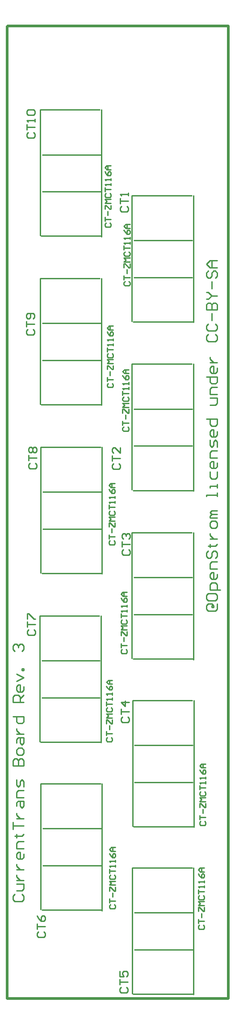
<source format=gto>
%FSLAX23Y23*%
%MOIN*%
G70*
G01*
G75*
G04 Layer_Color=65535*
%ADD10C,0.028*%
%ADD11R,0.071X0.071*%
%ADD12C,0.071*%
%ADD13C,0.157*%
%ADD14C,0.067*%
%ADD15C,0.050*%
%ADD16C,0.039*%
%ADD17C,0.020*%
%ADD18C,0.010*%
%ADD19C,0.008*%
D17*
X6880Y455D02*
Y7693D01*
X8531Y455D02*
Y7698D01*
X6880Y455D02*
X8531D01*
X6885Y7698D02*
X8531D01*
D18*
X7585Y6128D02*
Y7073D01*
X7128Y6136D02*
Y7073D01*
X7573D01*
X7136Y6132D02*
X7581D01*
X7144Y6463D02*
X7577D01*
X7144Y6738D02*
X7577D01*
X7589Y1108D02*
Y2053D01*
X7132Y1116D02*
Y2053D01*
X7577D01*
X7140Y1112D02*
X7585D01*
X7148Y1443D02*
X7581D01*
X7148Y1719D02*
X7581D01*
X8270Y5490D02*
Y6435D01*
X7813Y5498D02*
Y6435D01*
X8258D01*
X7821Y5494D02*
X8266D01*
X7829Y5825D02*
X8262D01*
X7829Y6100D02*
X8262D01*
X8270Y4234D02*
Y5179D01*
X7813Y4242D02*
Y5179D01*
X8258D01*
X7821Y4238D02*
X8266D01*
X7829Y4569D02*
X8262D01*
X7829Y4844D02*
X8262D01*
X7589Y3616D02*
Y4561D01*
X7132Y3624D02*
Y4561D01*
X7577D01*
X7140Y3620D02*
X7585D01*
X7148Y3951D02*
X7581D01*
X7148Y4226D02*
X7581D01*
X8270Y2978D02*
Y3923D01*
X7813Y2986D02*
Y3923D01*
X8258D01*
X7821Y2982D02*
X8266D01*
X7829Y3313D02*
X8262D01*
X7829Y3589D02*
X8262D01*
X8272Y484D02*
Y1428D01*
X7815Y491D02*
Y1428D01*
X8260D01*
X7823Y487D02*
X8268D01*
X7831Y818D02*
X8264D01*
X7831Y1094D02*
X8264D01*
X7581Y2360D02*
Y3305D01*
X7124Y2368D02*
Y3305D01*
X7569D01*
X7132Y2364D02*
X7577D01*
X7140Y2695D02*
X7573D01*
X7140Y2970D02*
X7573D01*
X7585Y4872D02*
Y5817D01*
X7128Y4880D02*
Y5817D01*
X7573D01*
X7136Y4876D02*
X7581D01*
X7144Y5207D02*
X7577D01*
X7144Y5482D02*
X7577D01*
X8274Y1730D02*
Y2675D01*
X7817Y1738D02*
Y2675D01*
X8262D01*
X7825Y1734D02*
X8270D01*
X7833Y2065D02*
X8266D01*
X7833Y2341D02*
X8266D01*
X7038Y6904D02*
X7028Y6894D01*
Y6874D01*
X7038Y6864D01*
X7078D01*
X7088Y6874D01*
Y6894D01*
X7078Y6904D01*
X7028Y6924D02*
Y6964D01*
Y6944D01*
X7088D01*
Y6984D02*
Y7004D01*
Y6994D01*
X7028D01*
X7038Y6984D01*
Y7034D02*
X7028Y7044D01*
Y7064D01*
X7038Y7074D01*
X7078D01*
X7088Y7064D01*
Y7044D01*
X7078Y7034D01*
X7038D01*
X7036Y5437D02*
X7026Y5427D01*
Y5407D01*
X7036Y5397D01*
X7076D01*
X7086Y5407D01*
Y5427D01*
X7076Y5437D01*
X7026Y5457D02*
Y5497D01*
Y5477D01*
X7086D01*
X7076Y5517D02*
X7086Y5527D01*
Y5547D01*
X7076Y5557D01*
X7036D01*
X7026Y5547D01*
Y5527D01*
X7036Y5517D01*
X7046D01*
X7056Y5527D01*
Y5557D01*
X7051Y4440D02*
X7041Y4430D01*
Y4410D01*
X7051Y4400D01*
X7091D01*
X7101Y4410D01*
Y4430D01*
X7091Y4440D01*
X7041Y4460D02*
Y4500D01*
Y4480D01*
X7101D01*
X7051Y4520D02*
X7041Y4530D01*
Y4550D01*
X7051Y4560D01*
X7061D01*
X7071Y4550D01*
X7081Y4560D01*
X7091D01*
X7101Y4550D01*
Y4530D01*
X7091Y4520D01*
X7081D01*
X7071Y4530D01*
X7061Y4520D01*
X7051D01*
X7071Y4530D02*
Y4550D01*
X7043Y3200D02*
X7033Y3190D01*
Y3170D01*
X7043Y3160D01*
X7083D01*
X7093Y3170D01*
Y3190D01*
X7083Y3200D01*
X7033Y3220D02*
Y3260D01*
Y3240D01*
X7093D01*
X7033Y3280D02*
Y3320D01*
X7043D01*
X7083Y3280D01*
X7093D01*
X7115Y949D02*
X7105Y939D01*
Y919D01*
X7115Y909D01*
X7155D01*
X7165Y919D01*
Y939D01*
X7155Y949D01*
X7105Y969D02*
Y1009D01*
Y989D01*
X7165D01*
X7105Y1069D02*
X7115Y1049D01*
X7135Y1029D01*
X7155D01*
X7165Y1039D01*
Y1059D01*
X7155Y1069D01*
X7145D01*
X7135Y1059D01*
Y1029D01*
X7730Y537D02*
X7720Y527D01*
Y507D01*
X7730Y497D01*
X7770D01*
X7780Y507D01*
Y527D01*
X7770Y537D01*
X7720Y557D02*
Y597D01*
Y577D01*
X7780D01*
X7720Y657D02*
Y617D01*
X7750D01*
X7740Y637D01*
Y647D01*
X7750Y657D01*
X7770D01*
X7780Y647D01*
Y627D01*
X7770Y617D01*
X7740Y2551D02*
X7730Y2541D01*
Y2521D01*
X7740Y2511D01*
X7780D01*
X7790Y2521D01*
Y2541D01*
X7780Y2551D01*
X7730Y2571D02*
Y2611D01*
Y2591D01*
X7790D01*
Y2661D02*
X7730D01*
X7760Y2631D01*
Y2671D01*
X7747Y3798D02*
X7737Y3788D01*
Y3768D01*
X7747Y3758D01*
X7787D01*
X7797Y3768D01*
Y3788D01*
X7787Y3798D01*
X7737Y3818D02*
Y3858D01*
Y3838D01*
X7797D01*
X7747Y3878D02*
X7737Y3888D01*
Y3908D01*
X7747Y3918D01*
X7757D01*
X7767Y3908D01*
Y3898D01*
Y3908D01*
X7777Y3918D01*
X7787D01*
X7797Y3908D01*
Y3888D01*
X7787Y3878D01*
X7674Y4438D02*
X7664Y4428D01*
Y4408D01*
X7674Y4398D01*
X7714D01*
X7724Y4408D01*
Y4428D01*
X7714Y4438D01*
X7664Y4458D02*
Y4498D01*
Y4478D01*
X7724D01*
Y4558D02*
Y4518D01*
X7684Y4558D01*
X7674D01*
X7664Y4548D01*
Y4528D01*
X7674Y4518D01*
X7736Y6352D02*
X7726Y6342D01*
Y6322D01*
X7736Y6312D01*
X7776D01*
X7786Y6322D01*
Y6342D01*
X7776Y6352D01*
X7726Y6372D02*
Y6412D01*
Y6392D01*
X7786D01*
Y6432D02*
Y6452D01*
Y6442D01*
X7726D01*
X7736Y6432D01*
X8421Y3379D02*
X8407D01*
Y3366D01*
X8421D01*
Y3379D01*
X8407Y3392D01*
X8381D01*
X8368Y3379D01*
Y3353D01*
X8381Y3340D01*
X8434D01*
X8447Y3353D01*
Y3392D01*
X8368Y3458D02*
Y3431D01*
X8381Y3418D01*
X8434D01*
X8447Y3431D01*
Y3458D01*
X8434Y3471D01*
X8381D01*
X8368Y3458D01*
X8473Y3497D02*
X8394D01*
Y3536D01*
X8407Y3549D01*
X8434D01*
X8447Y3536D01*
Y3497D01*
Y3615D02*
Y3589D01*
X8434Y3576D01*
X8407D01*
X8394Y3589D01*
Y3615D01*
X8407Y3628D01*
X8421D01*
Y3576D01*
X8447Y3654D02*
X8394D01*
Y3694D01*
X8407Y3707D01*
X8447D01*
X8381Y3786D02*
X8368Y3772D01*
Y3746D01*
X8381Y3733D01*
X8394D01*
X8407Y3746D01*
Y3772D01*
X8421Y3786D01*
X8434D01*
X8447Y3772D01*
Y3746D01*
X8434Y3733D01*
X8381Y3825D02*
X8394D01*
Y3812D01*
Y3838D01*
Y3825D01*
X8434D01*
X8447Y3838D01*
X8394Y3877D02*
X8447D01*
X8421D01*
X8407Y3891D01*
X8394Y3904D01*
Y3917D01*
X8447Y3969D02*
Y3996D01*
X8434Y4009D01*
X8407D01*
X8394Y3996D01*
Y3969D01*
X8407Y3956D01*
X8434D01*
X8447Y3969D01*
Y4035D02*
X8394D01*
Y4048D01*
X8407Y4061D01*
X8447D01*
X8407D01*
X8394Y4074D01*
X8407Y4087D01*
X8447D01*
Y4192D02*
Y4219D01*
Y4205D01*
X8368D01*
Y4192D01*
X8447Y4258D02*
Y4284D01*
Y4271D01*
X8394D01*
Y4258D01*
Y4376D02*
Y4337D01*
X8407Y4324D01*
X8434D01*
X8447Y4337D01*
Y4376D01*
Y4442D02*
Y4415D01*
X8434Y4402D01*
X8407D01*
X8394Y4415D01*
Y4442D01*
X8407Y4455D01*
X8421D01*
Y4402D01*
X8447Y4481D02*
X8394D01*
Y4520D01*
X8407Y4533D01*
X8447D01*
Y4560D02*
Y4599D01*
X8434Y4612D01*
X8421Y4599D01*
Y4573D01*
X8407Y4560D01*
X8394Y4573D01*
Y4612D01*
X8447Y4678D02*
Y4651D01*
X8434Y4638D01*
X8407D01*
X8394Y4651D01*
Y4678D01*
X8407Y4691D01*
X8421D01*
Y4638D01*
X8368Y4770D02*
X8447D01*
Y4730D01*
X8434Y4717D01*
X8407D01*
X8394Y4730D01*
Y4770D01*
Y4875D02*
X8434D01*
X8447Y4888D01*
Y4927D01*
X8394D01*
X8447Y4953D02*
X8394D01*
Y4993D01*
X8407Y5006D01*
X8447D01*
X8368Y5084D02*
X8447D01*
Y5045D01*
X8434Y5032D01*
X8407D01*
X8394Y5045D01*
Y5084D01*
X8447Y5150D02*
Y5124D01*
X8434Y5111D01*
X8407D01*
X8394Y5124D01*
Y5150D01*
X8407Y5163D01*
X8421D01*
Y5111D01*
X8394Y5189D02*
X8447D01*
X8421D01*
X8407Y5202D01*
X8394Y5216D01*
Y5229D01*
X8381Y5399D02*
X8368Y5386D01*
Y5360D01*
X8381Y5347D01*
X8434D01*
X8447Y5360D01*
Y5386D01*
X8434Y5399D01*
X8381Y5478D02*
X8368Y5465D01*
Y5439D01*
X8381Y5426D01*
X8434D01*
X8447Y5439D01*
Y5465D01*
X8434Y5478D01*
X8407Y5504D02*
Y5557D01*
X8368Y5583D02*
X8447D01*
Y5622D01*
X8434Y5635D01*
X8421D01*
X8407Y5622D01*
Y5583D01*
Y5622D01*
X8394Y5635D01*
X8381D01*
X8368Y5622D01*
Y5583D01*
Y5662D02*
X8381D01*
X8407Y5688D01*
X8381Y5714D01*
X8368D01*
X8407Y5688D02*
X8447D01*
X8407Y5740D02*
Y5793D01*
X8381Y5872D02*
X8368Y5858D01*
Y5832D01*
X8381Y5819D01*
X8394D01*
X8407Y5832D01*
Y5858D01*
X8421Y5872D01*
X8434D01*
X8447Y5858D01*
Y5832D01*
X8434Y5819D01*
X8447Y5898D02*
X8394D01*
X8368Y5924D01*
X8394Y5950D01*
X8447D01*
X8407D01*
Y5898D01*
X7618Y6229D02*
X7611Y6221D01*
Y6207D01*
X7618Y6199D01*
X7648D01*
X7655Y6207D01*
Y6221D01*
X7648Y6229D01*
X7611Y6243D02*
Y6273D01*
Y6258D01*
X7655D01*
X7633Y6288D02*
Y6317D01*
X7611Y6332D02*
Y6361D01*
X7618D01*
X7648Y6332D01*
X7655D01*
Y6361D01*
Y6376D02*
X7611D01*
X7626Y6391D01*
X7611Y6406D01*
X7655D01*
X7618Y6450D02*
X7611Y6442D01*
Y6428D01*
X7618Y6420D01*
X7648D01*
X7655Y6428D01*
Y6442D01*
X7648Y6450D01*
X7611Y6465D02*
Y6494D01*
Y6479D01*
X7655D01*
Y6509D02*
Y6524D01*
Y6516D01*
X7611D01*
X7618Y6509D01*
X7655Y6546D02*
Y6560D01*
Y6553D01*
X7611D01*
X7618Y6546D01*
X7611Y6612D02*
X7618Y6597D01*
X7633Y6583D01*
X7648D01*
X7655Y6590D01*
Y6605D01*
X7648Y6612D01*
X7640D01*
X7633Y6605D01*
Y6583D01*
X7655Y6627D02*
X7626D01*
X7611Y6642D01*
X7626Y6656D01*
X7655D01*
X7633D01*
Y6627D01*
X7652Y1152D02*
X7645Y1144D01*
Y1129D01*
X7652Y1122D01*
X7682D01*
X7689Y1129D01*
Y1144D01*
X7682Y1152D01*
X7645Y1166D02*
Y1196D01*
Y1181D01*
X7689D01*
X7667Y1211D02*
Y1240D01*
X7645Y1255D02*
Y1284D01*
X7652D01*
X7682Y1255D01*
X7689D01*
Y1284D01*
Y1299D02*
X7645D01*
X7659Y1314D01*
X7645Y1328D01*
X7689D01*
X7652Y1373D02*
X7645Y1365D01*
Y1351D01*
X7652Y1343D01*
X7682D01*
X7689Y1351D01*
Y1365D01*
X7682Y1373D01*
X7645Y1387D02*
Y1417D01*
Y1402D01*
X7689D01*
Y1432D02*
Y1446D01*
Y1439D01*
X7645D01*
X7652Y1432D01*
X7689Y1469D02*
Y1483D01*
Y1476D01*
X7645D01*
X7652Y1469D01*
X7645Y1535D02*
X7652Y1520D01*
X7667Y1505D01*
X7682D01*
X7689Y1513D01*
Y1528D01*
X7682Y1535D01*
X7674D01*
X7667Y1528D01*
Y1505D01*
X7689Y1550D02*
X7659D01*
X7645Y1564D01*
X7659Y1579D01*
X7689D01*
X7667D01*
Y1550D01*
X7760Y5793D02*
X7753Y5786D01*
Y5771D01*
X7760Y5764D01*
X7789D01*
X7797Y5771D01*
Y5786D01*
X7789Y5793D01*
X7753Y5808D02*
Y5837D01*
Y5823D01*
X7797D01*
X7775Y5852D02*
Y5882D01*
X7753Y5896D02*
Y5926D01*
X7760D01*
X7789Y5896D01*
X7797D01*
Y5926D01*
Y5941D02*
X7753D01*
X7767Y5955D01*
X7753Y5970D01*
X7797D01*
X7760Y6014D02*
X7753Y6007D01*
Y5992D01*
X7760Y5985D01*
X7789D01*
X7797Y5992D01*
Y6007D01*
X7789Y6014D01*
X7753Y6029D02*
Y6059D01*
Y6044D01*
X7797D01*
Y6073D02*
Y6088D01*
Y6081D01*
X7753D01*
X7760Y6073D01*
X7797Y6110D02*
Y6125D01*
Y6118D01*
X7753D01*
X7760Y6110D01*
X7753Y6177D02*
X7760Y6162D01*
X7775Y6147D01*
X7789D01*
X7797Y6154D01*
Y6169D01*
X7789Y6177D01*
X7782D01*
X7775Y6169D01*
Y6147D01*
X7797Y6191D02*
X7767D01*
X7753Y6206D01*
X7767Y6221D01*
X7797D01*
X7775D01*
Y6191D01*
X7751Y4711D02*
X7743Y4703D01*
Y4688D01*
X7751Y4681D01*
X7780D01*
X7787Y4688D01*
Y4703D01*
X7780Y4711D01*
X7743Y4725D02*
Y4755D01*
Y4740D01*
X7787D01*
X7765Y4770D02*
Y4799D01*
X7743Y4814D02*
Y4843D01*
X7751D01*
X7780Y4814D01*
X7787D01*
Y4843D01*
Y4858D02*
X7743D01*
X7758Y4873D01*
X7743Y4888D01*
X7787D01*
X7751Y4932D02*
X7743Y4924D01*
Y4910D01*
X7751Y4902D01*
X7780D01*
X7787Y4910D01*
Y4924D01*
X7780Y4932D01*
X7743Y4947D02*
Y4976D01*
Y4961D01*
X7787D01*
Y4991D02*
Y5006D01*
Y4998D01*
X7743D01*
X7751Y4991D01*
X7787Y5028D02*
Y5042D01*
Y5035D01*
X7743D01*
X7751Y5028D01*
X7743Y5094D02*
X7751Y5079D01*
X7765Y5064D01*
X7780D01*
X7787Y5072D01*
Y5087D01*
X7780Y5094D01*
X7773D01*
X7765Y5087D01*
Y5064D01*
X7787Y5109D02*
X7758D01*
X7743Y5123D01*
X7758Y5138D01*
X7787D01*
X7765D01*
Y5109D01*
X7648Y3863D02*
X7641Y3856D01*
Y3841D01*
X7648Y3834D01*
X7678D01*
X7685Y3841D01*
Y3856D01*
X7678Y3863D01*
X7641Y3878D02*
Y3907D01*
Y3893D01*
X7685D01*
X7663Y3922D02*
Y3952D01*
X7641Y3966D02*
Y3996D01*
X7648D01*
X7678Y3966D01*
X7685D01*
Y3996D01*
Y4011D02*
X7641D01*
X7656Y4025D01*
X7641Y4040D01*
X7685D01*
X7648Y4084D02*
X7641Y4077D01*
Y4062D01*
X7648Y4055D01*
X7678D01*
X7685Y4062D01*
Y4077D01*
X7678Y4084D01*
X7641Y4099D02*
Y4129D01*
Y4114D01*
X7685D01*
Y4143D02*
Y4158D01*
Y4151D01*
X7641D01*
X7648Y4143D01*
X7685Y4180D02*
Y4195D01*
Y4188D01*
X7641D01*
X7648Y4180D01*
X7641Y4247D02*
X7648Y4232D01*
X7663Y4217D01*
X7678D01*
X7685Y4224D01*
Y4239D01*
X7678Y4247D01*
X7670D01*
X7663Y4239D01*
Y4217D01*
X7685Y4261D02*
X7656D01*
X7641Y4276D01*
X7656Y4291D01*
X7685D01*
X7663D01*
Y4261D01*
X7739Y3053D02*
X7731Y3046D01*
Y3031D01*
X7739Y3024D01*
X7768D01*
X7776Y3031D01*
Y3046D01*
X7768Y3053D01*
X7731Y3068D02*
Y3097D01*
Y3083D01*
X7776D01*
X7753Y3112D02*
Y3142D01*
X7731Y3156D02*
Y3186D01*
X7739D01*
X7768Y3156D01*
X7776D01*
Y3186D01*
Y3201D02*
X7731D01*
X7746Y3215D01*
X7731Y3230D01*
X7776D01*
X7739Y3274D02*
X7731Y3267D01*
Y3252D01*
X7739Y3245D01*
X7768D01*
X7776Y3252D01*
Y3267D01*
X7768Y3274D01*
X7731Y3289D02*
Y3319D01*
Y3304D01*
X7776D01*
Y3333D02*
Y3348D01*
Y3341D01*
X7731D01*
X7739Y3333D01*
X7776Y3370D02*
Y3385D01*
Y3378D01*
X7731D01*
X7739Y3370D01*
X7731Y3437D02*
X7739Y3422D01*
X7753Y3407D01*
X7768D01*
X7776Y3414D01*
Y3429D01*
X7768Y3437D01*
X7761D01*
X7753Y3429D01*
Y3407D01*
X7776Y3451D02*
X7746D01*
X7731Y3466D01*
X7746Y3481D01*
X7776D01*
X7753D01*
Y3451D01*
X8315Y999D02*
X8308Y992D01*
Y977D01*
X8315Y970D01*
X8344D01*
X8352Y977D01*
Y992D01*
X8344Y999D01*
X8308Y1014D02*
Y1044D01*
Y1029D01*
X8352D01*
X8330Y1058D02*
Y1088D01*
X8308Y1102D02*
Y1132D01*
X8315D01*
X8344Y1102D01*
X8352D01*
Y1132D01*
Y1147D02*
X8308D01*
X8322Y1161D01*
X8308Y1176D01*
X8352D01*
X8315Y1220D02*
X8308Y1213D01*
Y1198D01*
X8315Y1191D01*
X8344D01*
X8352Y1198D01*
Y1213D01*
X8344Y1220D01*
X8308Y1235D02*
Y1265D01*
Y1250D01*
X8352D01*
Y1279D02*
Y1294D01*
Y1287D01*
X8308D01*
X8315Y1279D01*
X8352Y1316D02*
Y1331D01*
Y1324D01*
X8308D01*
X8315Y1316D01*
X8308Y1383D02*
X8315Y1368D01*
X8330Y1353D01*
X8344D01*
X8352Y1361D01*
Y1375D01*
X8344Y1383D01*
X8337D01*
X8330Y1375D01*
Y1353D01*
X8352Y1397D02*
X8322D01*
X8308Y1412D01*
X8322Y1427D01*
X8352D01*
X8330D01*
Y1397D01*
X7629Y2398D02*
X7622Y2390D01*
Y2376D01*
X7629Y2368D01*
X7659D01*
X7666Y2376D01*
Y2390D01*
X7659Y2398D01*
X7622Y2412D02*
Y2442D01*
Y2427D01*
X7666D01*
X7644Y2457D02*
Y2486D01*
X7622Y2501D02*
Y2530D01*
X7629D01*
X7659Y2501D01*
X7666D01*
Y2530D01*
Y2545D02*
X7622D01*
X7637Y2560D01*
X7622Y2575D01*
X7666D01*
X7629Y2619D02*
X7622Y2611D01*
Y2597D01*
X7629Y2589D01*
X7659D01*
X7666Y2597D01*
Y2611D01*
X7659Y2619D01*
X7622Y2634D02*
Y2663D01*
Y2648D01*
X7666D01*
Y2678D02*
Y2693D01*
Y2685D01*
X7622D01*
X7629Y2678D01*
X7666Y2715D02*
Y2729D01*
Y2722D01*
X7622D01*
X7629Y2715D01*
X7622Y2781D02*
X7629Y2766D01*
X7644Y2752D01*
X7659D01*
X7666Y2759D01*
Y2774D01*
X7659Y2781D01*
X7651D01*
X7644Y2774D01*
Y2752D01*
X7666Y2796D02*
X7637D01*
X7622Y2811D01*
X7637Y2825D01*
X7666D01*
X7644D01*
Y2796D01*
X7634Y5035D02*
X7627Y5028D01*
Y5013D01*
X7634Y5006D01*
X7664D01*
X7671Y5013D01*
Y5028D01*
X7664Y5035D01*
X7627Y5050D02*
Y5080D01*
Y5065D01*
X7671D01*
X7649Y5094D02*
Y5124D01*
X7627Y5139D02*
Y5168D01*
X7634D01*
X7664Y5139D01*
X7671D01*
Y5168D01*
Y5183D02*
X7627D01*
X7642Y5198D01*
X7627Y5212D01*
X7671D01*
X7634Y5257D02*
X7627Y5249D01*
Y5234D01*
X7634Y5227D01*
X7664D01*
X7671Y5234D01*
Y5249D01*
X7664Y5257D01*
X7627Y5271D02*
Y5301D01*
Y5286D01*
X7671D01*
Y5316D02*
Y5330D01*
Y5323D01*
X7627D01*
X7634Y5316D01*
X7671Y5352D02*
Y5367D01*
Y5360D01*
X7627D01*
X7634Y5352D01*
X7627Y5419D02*
X7634Y5404D01*
X7649Y5389D01*
X7664D01*
X7671Y5397D01*
Y5411D01*
X7664Y5419D01*
X7657D01*
X7649Y5411D01*
Y5389D01*
X7671Y5434D02*
X7642D01*
X7627Y5448D01*
X7642Y5463D01*
X7671D01*
X7649D01*
Y5434D01*
X8325Y1774D02*
X8318Y1766D01*
Y1751D01*
X8325Y1744D01*
X8355D01*
X8362Y1751D01*
Y1766D01*
X8355Y1774D01*
X8318Y1788D02*
Y1818D01*
Y1803D01*
X8362D01*
X8340Y1833D02*
Y1862D01*
X8318Y1877D02*
Y1906D01*
X8325D01*
X8355Y1877D01*
X8362D01*
Y1906D01*
Y1921D02*
X8318D01*
X8333Y1936D01*
X8318Y1951D01*
X8362D01*
X8325Y1995D02*
X8318Y1987D01*
Y1973D01*
X8325Y1965D01*
X8355D01*
X8362Y1973D01*
Y1987D01*
X8355Y1995D01*
X8318Y2010D02*
Y2039D01*
Y2024D01*
X8362D01*
Y2054D02*
Y2069D01*
Y2061D01*
X8318D01*
X8325Y2054D01*
X8362Y2091D02*
Y2105D01*
Y2098D01*
X8318D01*
X8325Y2091D01*
X8318Y2157D02*
X8325Y2142D01*
X8340Y2127D01*
X8355D01*
X8362Y2135D01*
Y2150D01*
X8355Y2157D01*
X8347D01*
X8340Y2150D01*
Y2127D01*
X8362Y2172D02*
X8333D01*
X8318Y2186D01*
X8333Y2201D01*
X8362D01*
X8340D01*
Y2172D01*
X6938Y1230D02*
X6925Y1217D01*
Y1190D01*
X6938Y1177D01*
X6991D01*
X7004Y1190D01*
Y1217D01*
X6991Y1230D01*
X6951Y1256D02*
X6991D01*
X7004Y1269D01*
Y1308D01*
X6951D01*
Y1335D02*
X7004D01*
X6978D01*
X6965Y1348D01*
X6951Y1361D01*
Y1374D01*
Y1413D02*
X7004D01*
X6978D01*
X6965Y1426D01*
X6951Y1440D01*
Y1453D01*
X7004Y1531D02*
Y1505D01*
X6991Y1492D01*
X6965D01*
X6951Y1505D01*
Y1531D01*
X6965Y1545D01*
X6978D01*
Y1492D01*
X7004Y1571D02*
X6951D01*
Y1610D01*
X6965Y1623D01*
X7004D01*
X6938Y1663D02*
X6951D01*
Y1649D01*
Y1676D01*
Y1663D01*
X6991D01*
X7004Y1676D01*
X6925Y1715D02*
Y1768D01*
Y1741D01*
X7004D01*
X6951Y1794D02*
X7004D01*
X6978D01*
X6965Y1807D01*
X6951Y1820D01*
Y1833D01*
Y1886D02*
Y1912D01*
X6965Y1925D01*
X7004D01*
Y1886D01*
X6991Y1872D01*
X6978Y1886D01*
Y1925D01*
X7004Y1951D02*
X6951D01*
Y1991D01*
X6965Y2004D01*
X7004D01*
Y2030D02*
Y2069D01*
X6991Y2082D01*
X6978Y2069D01*
Y2043D01*
X6965Y2030D01*
X6951Y2043D01*
Y2082D01*
X6925Y2187D02*
X7004D01*
Y2227D01*
X6991Y2240D01*
X6978D01*
X6965Y2227D01*
Y2187D01*
Y2227D01*
X6951Y2240D01*
X6938D01*
X6925Y2227D01*
Y2187D01*
X7004Y2279D02*
Y2305D01*
X6991Y2319D01*
X6965D01*
X6951Y2305D01*
Y2279D01*
X6965Y2266D01*
X6991D01*
X7004Y2279D01*
X6951Y2358D02*
Y2384D01*
X6965Y2397D01*
X7004D01*
Y2358D01*
X6991Y2345D01*
X6978Y2358D01*
Y2397D01*
X6951Y2423D02*
X7004D01*
X6978D01*
X6965Y2437D01*
X6951Y2450D01*
Y2463D01*
X6925Y2555D02*
X7004D01*
Y2515D01*
X6991Y2502D01*
X6965D01*
X6951Y2515D01*
Y2555D01*
X7004Y2660D02*
X6925D01*
Y2699D01*
X6938Y2712D01*
X6965D01*
X6978Y2699D01*
Y2660D01*
Y2686D02*
X7004Y2712D01*
Y2778D02*
Y2751D01*
X6991Y2738D01*
X6965D01*
X6951Y2751D01*
Y2778D01*
X6965Y2791D01*
X6978D01*
Y2738D01*
X6951Y2817D02*
X7004Y2843D01*
X6951Y2870D01*
X7004Y2896D02*
X6991D01*
Y2909D01*
X7004D01*
Y2896D01*
X6938Y3040D02*
X6925Y3053D01*
Y3079D01*
X6938Y3093D01*
X6951D01*
X6965Y3079D01*
Y3066D01*
Y3079D01*
X6978Y3093D01*
X6991D01*
X7004Y3079D01*
Y3053D01*
X6991Y3040D01*
D19*
X6880Y7693D02*
X6885Y7698D01*
M02*

</source>
